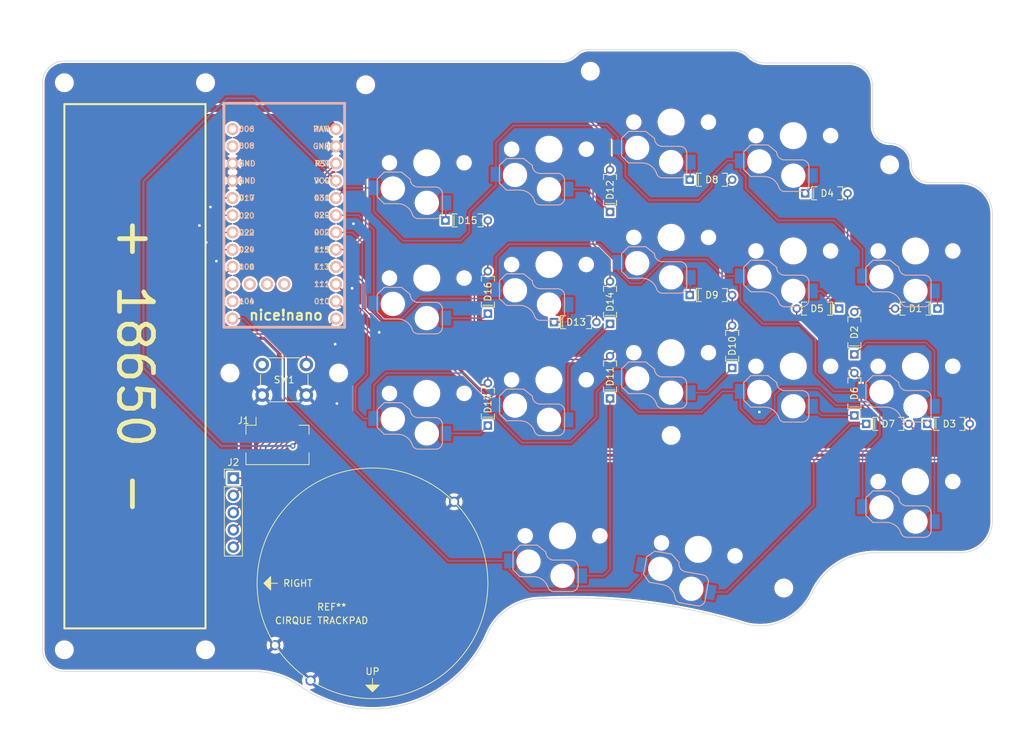
<source format=kicad_pcb>
(kicad_pcb (version 20211014) (generator pcbnew)

  (general
    (thickness 1.6)
  )

  (paper "A4")
  (layers
    (0 "F.Cu" signal)
    (31 "B.Cu" signal)
    (32 "B.Adhes" user "B.Adhesive")
    (33 "F.Adhes" user "F.Adhesive")
    (34 "B.Paste" user)
    (35 "F.Paste" user)
    (36 "B.SilkS" user "B.Silkscreen")
    (37 "F.SilkS" user "F.Silkscreen")
    (38 "B.Mask" user)
    (39 "F.Mask" user)
    (40 "Dwgs.User" user "User.Drawings")
    (41 "Cmts.User" user "User.Comments")
    (42 "Eco1.User" user "User.Eco1")
    (43 "Eco2.User" user "User.Eco2")
    (44 "Edge.Cuts" user)
    (45 "Margin" user)
    (46 "B.CrtYd" user "B.Courtyard")
    (47 "F.CrtYd" user "F.Courtyard")
    (48 "B.Fab" user)
    (49 "F.Fab" user)
    (50 "User.1" user)
    (51 "User.2" user)
    (52 "User.3" user)
    (53 "User.4" user)
    (54 "User.5" user)
    (55 "User.6" user)
    (56 "User.7" user)
    (57 "User.8" user)
    (58 "User.9" user)
  )

  (setup
    (stackup
      (layer "F.SilkS" (type "Top Silk Screen"))
      (layer "F.Paste" (type "Top Solder Paste"))
      (layer "F.Mask" (type "Top Solder Mask") (thickness 0.01))
      (layer "F.Cu" (type "copper") (thickness 0.035))
      (layer "dielectric 1" (type "core") (thickness 1.51) (material "FR4") (epsilon_r 4.5) (loss_tangent 0.02))
      (layer "B.Cu" (type "copper") (thickness 0.035))
      (layer "B.Mask" (type "Bottom Solder Mask") (thickness 0.01))
      (layer "B.Paste" (type "Bottom Solder Paste"))
      (layer "B.SilkS" (type "Bottom Silk Screen"))
      (copper_finish "None")
      (dielectric_constraints no)
    )
    (pad_to_mask_clearance 0)
    (pcbplotparams
      (layerselection 0x00010fc_ffffffff)
      (disableapertmacros false)
      (usegerberextensions false)
      (usegerberattributes true)
      (usegerberadvancedattributes true)
      (creategerberjobfile true)
      (svguseinch false)
      (svgprecision 6)
      (excludeedgelayer true)
      (plotframeref false)
      (viasonmask false)
      (mode 1)
      (useauxorigin false)
      (hpglpennumber 1)
      (hpglpenspeed 20)
      (hpglpendiameter 15.000000)
      (dxfpolygonmode true)
      (dxfimperialunits true)
      (dxfusepcbnewfont true)
      (psnegative false)
      (psa4output false)
      (plotreference true)
      (plotvalue true)
      (plotinvisibletext false)
      (sketchpadsonfab false)
      (subtractmaskfromsilk false)
      (outputformat 1)
      (mirror false)
      (drillshape 1)
      (scaleselection 1)
      (outputdirectory "")
    )
  )

  (net 0 "")
  (net 1 "/TRACK_SCK")
  (net 2 "/TRACK_CIPO")
  (net 3 "/TRACK_CS")
  (net 4 "/TRACK_DATA_READY")
  (net 5 "/TRACK_COPI")
  (net 6 "/TRACK_BTN2")
  (net 7 "/TRACK_BTN3")
  (net 8 "/TRACK_BTN1")
  (net 9 "/TRACK_SCL")
  (net 10 "/TRACK_SDA")
  (net 11 "GND")
  (net 12 "VCC")
  (net 13 "/RST")
  (net 14 "Net-(BT1-Pad1)")
  (net 15 "Net-(D1-Pad1)")
  (net 16 "C_PINKY")
  (net 17 "Net-(D2-Pad1)")
  (net 18 "Net-(D3-Pad1)")
  (net 19 "Net-(D4-Pad1)")
  (net 20 "C_RING")
  (net 21 "Net-(D5-Pad1)")
  (net 22 "Net-(D6-Pad1)")
  (net 23 "Net-(D7-Pad1)")
  (net 24 "Net-(D8-Pad1)")
  (net 25 "C_MIDDLE")
  (net 26 "Net-(D9-Pad1)")
  (net 27 "Net-(D10-Pad1)")
  (net 28 "Net-(D11-Pad1)")
  (net 29 "Net-(D12-Pad1)")
  (net 30 "C_INDEX")
  (net 31 "Net-(D13-Pad1)")
  (net 32 "Net-(D14-Pad1)")
  (net 33 "Net-(D15-Pad1)")
  (net 34 "C_INNER")
  (net 35 "Net-(D16-Pad1)")
  (net 36 "Net-(D17-Pad1)")
  (net 37 "R_TOP")
  (net 38 "R_HOME")
  (net 39 "R_BOTTOM")
  (net 40 "R_THUMB")
  (net 41 "unconnected-(U1-Pad33)")
  (net 42 "unconnected-(U1-Pad32)")
  (net 43 "unconnected-(U1-Pad31)")
  (net 44 "unconnected-(U1-Pad11)")
  (net 45 "unconnected-(U1-Pad10)")
  (net 46 "unconnected-(U1-Pad2)")
  (net 47 "unconnected-(U1-Pad1)")

  (footprint "1N4148:DIOAD829W49L456D191" (layer "F.Cu") (at 186 83 90))

  (footprint "MountingHole:MountingHole_2.2mm_M2" (layer "F.Cu") (at 148 95))

  (footprint "mbk:Choc-1u" (layer "F.Cu") (at 177 81))

  (footprint "mbk:Choc-1u" (layer "F.Cu") (at 217 121 -10))

  (footprint "1N4148:DIOAD829W49L456D191" (layer "F.Cu") (at 240 98 90))

  (footprint "MountingHole:MountingHole_2.2mm_M2" (layer "F.Cu") (at 201.1 50.5))

  (footprint "mbk:Choc-1u" (layer "F.Cu") (at 249 77))

  (footprint "1N4148:DIOAD829W49L456D191" (layer "F.Cu") (at 204 68 90))

  (footprint "Connector_PinHeader_2.54mm:PinHeader_1x05_P2.54mm_Vertical" (layer "F.Cu") (at 148.5 110.5))

  (footprint "MountingHole:MountingHole_2.2mm_M2" (layer "F.Cu") (at 245.2 64.3))

  (footprint "MountingHole:MountingHole_2.2mm_M2" (layer "F.Cu") (at 123.6 52.2))

  (footprint "mbk:Choc-1u" (layer "F.Cu") (at 177 98))

  (footprint "1N4148:DIOAD829W49L456D191" (layer "F.Cu") (at 186 99.5 90))

  (footprint "1N4148:DIOAD829W49L456D191" (layer "F.Cu") (at 219 66.5))

  (footprint "mbk:Choc-1u" (layer "F.Cu") (at 231 94))

  (footprint "1N4148:DIOAD829W49L456D191" (layer "F.Cu") (at 204 84.5 90))

  (footprint "xenua:BatteryHolder_18650_SMD" (layer "F.Cu") (at 134 94 -90))

  (footprint "mbk:Choc-1u" (layer "F.Cu") (at 195 79))

  (footprint "mbk:Choc-1u" (layer "F.Cu") (at 195 96))

  (footprint "1N4148:DIOAD829W49L456D191" (layer "F.Cu") (at 254 102.5))

  (footprint "MountingHole:MountingHole_2.2mm_M2" (layer "F.Cu") (at 144.4 135.8))

  (footprint "mbk:Choc-1u" (layer "F.Cu") (at 231 77))

  (footprint "mbk:Choc-1u" (layer "F.Cu") (at 249 111))

  (footprint "1N4148:DIOAD829W49L456D191" (layer "F.Cu") (at 199 87.5))

  (footprint "1N4148:DIOAD829W49L456D191" (layer "F.Cu") (at 249 85.5 180))

  (footprint "mbk:Choc-1u" (layer "F.Cu") (at 231 60))

  (footprint "1N4148:DIOAD829W49L456D191" (layer "F.Cu") (at 236 68.5))

  (footprint "mbk:Choc-1u" (layer "F.Cu") (at 195 62))

  (footprint "Connector_FFC-FPC:Hirose_FH12-12S-0.5SH_1x12-1MP_P0.50mm_Horizontal" (layer "F.Cu") (at 155 104))

  (footprint "MountingHole:MountingHole_2.2mm_M2" (layer "F.Cu") (at 164 95))

  (footprint "MountingHole:MountingHole_2.2mm_M2" (layer "F.Cu") (at 229.6 126.7))

  (footprint "mbk:Choc-1u" (layer "F.Cu") (at 197 119))

  (footprint "1N4148:DIOAD829W49L456D191" (layer "F.Cu") (at 234.5 85.5 180))

  (footprint "mbk:Choc-1u" (layer "F.Cu") (at 213 58))

  (footprint "1N4148:DIOAD829W49L456D191" (layer "F.Cu") (at 219 83.5))

  (footprint "MountingHole:MountingHole_2.2mm_M2" (layer "F.Cu") (at 144.4 52.2))

  (footprint "mbk:Choc-1u" (layer "F.Cu") (at 213 92))

  (footprint "MountingHole:MountingHole_2.2mm_M2" (layer "F.Cu") (at 213 104.2))

  (footprint "cirque:cirque_TM035035" (layer "F.Cu") (at 169 126 180))

  (footprint "MountingHole:MountingHole_2.2mm_M2" (layer "F.Cu") (at 123.6 135.8))

  (footprint "mbk:Choc-1u" (layer "F.Cu") (at 249 94))

  (footprint "1N4148:DIOAD829W49L456D191" (layer "F.Cu") (at 204 95.5 90))

  (footprint "1N4148:DIOAD829W49L456D191" (layer "F.Cu")
    (tedit 6235BD20) (tstamp d28dbc72-4d34-48a5-a32e-b7fe15c48e16)
    (at 245 102.5)
    (property "Sheetfile" "right.kicad_sch")
    (property "Sheetname" "")
    (path "/aac3b6c6-7b1e-42f3-87ed-0fe6bc10295a")
    (attr through_hole)
    (fp_text reference "D7" (at 0 0) (layer "F.SilkS")
      (effects (font (size 1.000102 1.000102) (thickness 0.15)))
      (tstamp e4590d81-d7f0-4cae-992a-57b5eb7b5833)
    )
    (fp_text value "D_Small" (at 0 2) (layer "F.Fab")
      (effects (font (size 1.001921 1.001921) (thickness 0.15)))
      (tstamp 1a93aa00-c6ae-496b-83b5-4dc22b9bfd16)
    )
    (fp_line (start -2.28 -0.96) (end -2.28 0) (layer "F.SilkS") (width 0.127) (tstamp 054bbba6-4d95-407e-9592-657b962e9da5))
    (fp_line (start -2.28 0) (end -2.28 0.95) (layer "F.SilkS") (width 0.127) (tstamp 5b987518-0214-4b16-a8fb-33c92e49a6c1))
    (fp_line (start -2.28 0.96) (end -1.52 0.96) (layer "F.SilkS") (width 0.127) (tstamp 630ea7c6-0254-4ad7-80dd-5bbb1cb1fec7))
    (fp_line (start 1.52 -0.96) (end 2.28 -0.96) (layer "F.SilkS") (width 0.127) (tstamp 6c93fc46-df92-41f1-9cfc-bc93df76a8b6))
    (fp_line (start -2 -0.75) (end -2 0.75) (layer "F.SilkS") (width 0.12) (tstamp 75e75b83-a92f-467a-8209-6d098f0115df))
    (fp_line (start 2.28 -0.95) (end 2.28 0) (layer "F.SilkS") (width 0.127) (tstamp 9026a5c6-4d49-4f66-9f04-6d3aa410db33))
    (fp_line (start -2.28 -0.96) (end -1.52 -0.96) (layer "F.SilkS") (width 0.127) (tstamp 9973b483-2c65-4a15-acab-2f7e84d94022))
    (fp_line (start 2.28 0) (en
... [1470663 chars truncated]
</source>
